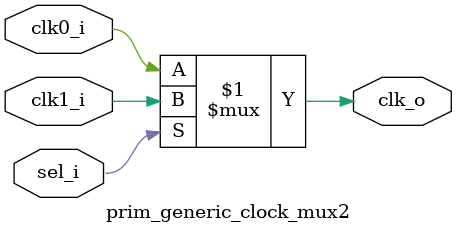
<source format=sv>


// Macros and helper code for using assertions.
//  - Provides default clk and rst options to simplify code
//  - Provides boiler plate template for common assertions












































































































































module prim_generic_clock_mux2 (
  input        clk0_i,
  input        clk1_i,
  input        sel_i,
  output logic clk_o
);

  assign clk_o = (sel_i) ? clk1_i : clk0_i;

  // make sure sel is never X (including during reset)
  // need to use ##1 as this could break with inverted clocks that
  // start with a rising edge at the beginning of the simulation.
  
  

endmodule : prim_generic_clock_mux2

</source>
